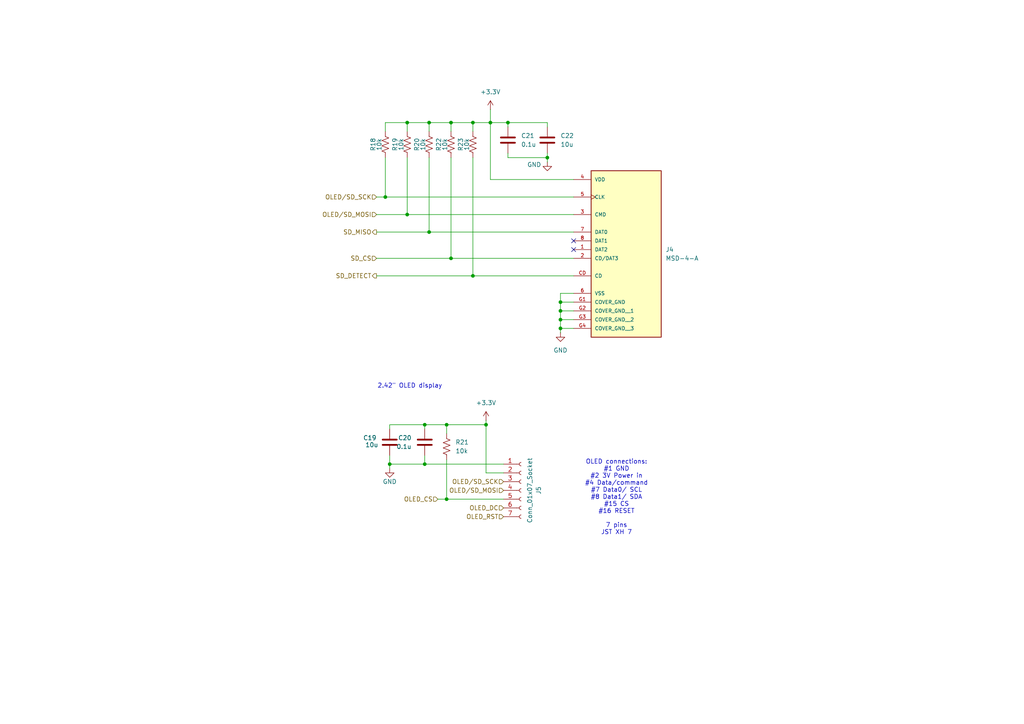
<source format=kicad_sch>
(kicad_sch (version 20250114) (generator "eeschema") (generator_version "9.0")
  (paper "A4")
  (lib_symbols
    (symbol "Connector:Conn_01x07_Socket" (pin_names (offset 1.016) (hide yes))
      (property "Reference" "J" (at 0 10.16 0))
      (property "Value" "Conn_01x07_Socket" (at 0 -10.16 0))
      (symbol "Conn_01x07_Socket_1_1"
        (polyline (pts (xy -1.27 7.62) (xy -0.508 7.62)) (stroke (width 0.1524)))
        (polyline (pts (xy -1.27 5.08) (xy -0.508 5.08)) (stroke (width 0.1524)))
        (polyline (pts (xy -1.27 2.54) (xy -0.508 2.54)) (stroke (width 0.1524)))
        (polyline (pts (xy -1.27 0) (xy -0.508 0)) (stroke (width 0.1524)))
        (polyline (pts (xy -1.27 -2.54) (xy -0.508 -2.54)) (stroke (width 0.1524)))
        (polyline (pts (xy -1.27 -5.08) (xy -0.508 -5.08)) (stroke (width 0.1524)))
        (polyline (pts (xy -1.27 -7.62) (xy -0.508 -7.62)) (stroke (width 0.1524)))
        (arc (start 0 7.112) (mid -0.5058 7.62) (end 0 8.128) (stroke (width 0.1524)))
        (arc (start 0 4.572) (mid -0.5058 5.08) (end 0 5.588) (stroke (width 0.1524)))
        (arc (start 0 2.032) (mid -0.5058 2.54) (end 0 3.048) (stroke (width 0.1524)))
        (arc (start 0 -0.508) (mid -0.5058 0) (end 0 0.508) (stroke (width 0.1524)))
        (arc (start 0 -3.048) (mid -0.5058 -2.54) (end 0 -2.032) (stroke (width 0.1524)))
        (arc (start 0 -5.588) (mid -0.5058 -5.08) (end 0 -4.572) (stroke (width 0.1524)))
        (arc (start 0 -8.128) (mid -0.5058 -7.62) (end 0 -7.112) (stroke (width 0.1524)))
        (pin passive line (at -5.08 7.62 0) (length 3.81) (name "Pin_1") (number "1"))
        (pin passive line (at -5.08 5.08 0) (length 3.81) (name "Pin_2") (number "2"))
        (pin passive line (at -5.08 2.54 0) (length 3.81) (name "Pin_3") (number "3"))
        (pin passive line (at -5.08 0 0) (length 3.81) (name "Pin_4") (number "4"))
        (pin passive line (at -5.08 -2.54 0) (length 3.81) (name "Pin_5") (number "5"))
        (pin passive line (at -5.08 -5.08 0) (length 3.81) (name "Pin_6") (number "6"))
        (pin passive line (at -5.08 -7.62 0) (length 3.81) (name "Pin_7") (number "7"))
      )
    )
    (symbol "Device:C" (pin_numbers (hide yes)) (pin_names (offset 0.254))
      (property "Reference" "C" (at 0.635 2.54 0))
      (property "Value" "C" (at 0.635 -2.54 0))
      (symbol "C_0_1"
        (polyline (pts (xy -2.032 0.762) (xy 2.032 0.762)) (stroke (width 0.508)))
        (polyline (pts (xy -2.032 -0.762) (xy 2.032 -0.762)) (stroke (width 0.508)))
      )
      (symbol "C_1_1"
        (pin passive line (at 0 3.81 270) (length 2.794) (name "~") (number "1"))
        (pin passive line (at 0 -3.81 90) (length 2.794) (name "~") (number "2"))
      )
    )
    (symbol "Device:R_US" (pin_numbers (hide yes)) (pin_names (offset 0))
      (property "Reference" "R" (at 2.54 0 90))
      (property "Value" "R_US" (at -2.54 0 90))
      (symbol "R_US_0_1"
        (polyline (pts (xy 0 2.286) (xy 0 2.54)))
        (polyline (pts (xy 0 2.286) (xy 1.016 1.905) (xy 0 1.524) (xy -1.016 1.143) (xy 0 0.762)))
        (polyline (pts (xy 0 0.762) (xy 1.016 0.381) (xy 0 0) (xy -1.016 -0.381) (xy 0 -0.762)))
        (polyline (pts (xy 0 -0.762) (xy 1.016 -1.143) (xy 0 -1.524) (xy -1.016 -1.905) (xy 0 -2.286)))
        (polyline (pts (xy 0 -2.286) (xy 0 -2.54)))
      )
      (symbol "R_US_1_1"
        (pin passive line (at 0 3.81 270) (length 1.27) (name "~") (number "1"))
        (pin passive line (at 0 -3.81 90) (length 1.27) (name "~") (number "2"))
      )
    )
    (symbol "MSD-4-A:MSD-4-A" (pin_names (offset 1.016))
      (property "Reference" "J" (at -10.16 21.082 0))
      (property "Value" "MSD-4-A" (at -10.16 -30.48 0))
      (symbol "MSD-4-A_0_0"
        (rectangle (start -10.16 -27.94) (end 10.16 20.32) (stroke (width 0.254)) (fill (type background)))
        (pin power_in line (at -15.24 17.78 0) (length 5.08) (name "VDD") (number "4"))
        (pin input clock (at -15.24 12.7 0) (length 5.08) (name "CLK") (number "5"))
        (pin bidirectional line (at -15.24 7.62 0) (length 5.08) (name "CMD") (number "3"))
        (pin bidirectional line (at -15.24 2.54 0) (length 5.08) (name "DAT0") (number "7"))
        (pin bidirectional line (at -15.24 0 0) (length 5.08) (name "DAT1") (number "8"))
        (pin bidirectional line (at -15.24 -2.54 0) (length 5.08) (name "DAT2") (number "1"))
        (pin bidirectional line (at -15.24 -5.08 0) (length 5.08) (name "CD/DAT3") (number "2"))
        (pin passive line (at -15.24 -10.16 0) (length 5.08) (name "CD") (number "CD"))
        (pin power_in line (at -15.24 -15.24 0) (length 5.08) (name "VSS") (number "6"))
        (pin power_in line (at -15.24 -17.78 0) (length 5.08) (name "COVER_GND") (number "G1"))
        (pin power_in line (at -15.24 -20.32 0) (length 5.08) (name "COVER_GND__1") (number "G2"))
        (pin power_in line (at -15.24 -22.86 0) (length 5.08) (name "COVER_GND__2") (number "G3"))
        (pin power_in line (at -15.24 -25.4 0) (length 5.08) (name "COVER_GND__3") (number "G4"))
      )
    )
    (symbol "power:+3.3V" (power) (pin_numbers (hide yes)) (pin_names (offset 0) (hide yes))
      (property "Value" "+3.3V" (at 0 3.556 0))
      (symbol "+3.3V_0_1"
        (polyline (pts (xy -0.762 1.27) (xy 0 2.54)))
        (polyline (pts (xy 0 2.54) (xy 0.762 1.27)))
        (polyline (pts (xy 0 0) (xy 0 2.54)))
      )
      (symbol "+3.3V_1_1"
        (pin power_in line (at 0 0 90) (length 0) (name "~") (number "1"))
      )
    )
    (symbol "power:GND" (power) (pin_numbers (hide yes)) (pin_names (offset 0) (hide yes))
      (property "Value" "GND" (at 0 -3.81 0))
      (symbol "GND_0_1"
        (polyline (pts (xy 0 0) (xy 0 -1.27) (xy 1.27 -1.27) (xy 0 -2.54) (xy -1.27 -1.27) (xy 0 -1.27)))
      )
      (symbol "GND_1_1"
        (pin power_in line (at 0 0 270) (length 0) (name "~") (number "1"))
      )
    )
  )
  (text "2.42\" OLED display" (at 118.872 112.014 0) (effects (font (size 1.27 1.27))))
  (text "OLED connections:\n#1 GND\n#2 3V Power in\n#4 Data/command\n#7 Data0/ SCL\n#8 Data1/ SDA\n#15 CS\n#16 RESET\n\n7 pins\nJST XH 7" (at 178.816 144.272 0) (effects (font (size 1.27 1.27))))
  (junction (at 140.97 123.19))
  (junction (at 162.56 95.25))
  (junction (at 162.56 92.71))
  (junction (at 129.54 144.78))
  (junction (at 130.81 74.93))
  (junction (at 162.56 90.17))
  (junction (at 124.46 67.31))
  (junction (at 162.56 87.63))
  (junction (at 137.16 80.01))
  (junction (at 118.11 62.23))
  (junction (at 142.24 35.56))
  (junction (at 111.76 57.15))
  (junction (at 123.19 134.62))
  (junction (at 118.11 35.56))
  (junction (at 123.19 123.19))
  (junction (at 158.75 45.72))
  (junction (at 130.81 35.56))
  (junction (at 147.32 35.56))
  (junction (at 124.46 35.56))
  (junction (at 129.54 123.19))
  (junction (at 113.03 134.62))
  (junction (at 137.16 35.56))
  (no_connect (at 166.37 69.85))
  (no_connect (at 166.37 72.39))
  (wire (pts (xy 124.46 45.72) (xy 124.46 67.31)))
  (wire (pts (xy 142.24 35.56) (xy 147.32 35.56)))
  (wire (pts (xy 118.11 35.56) (xy 124.46 35.56)))
  (wire (pts (xy 166.37 52.07) (xy 142.24 52.07)))
  (wire (pts (xy 129.54 123.19) (xy 129.54 125.73)))
  (wire (pts (xy 118.11 45.72) (xy 118.11 62.23)))
  (wire (pts (xy 113.03 134.62) (xy 113.03 135.89)))
  (wire (pts (xy 147.32 35.56) (xy 147.32 36.83)))
  (wire (pts (xy 109.22 67.31) (xy 124.46 67.31)))
  (wire (pts (xy 130.81 74.93) (xy 166.37 74.93)))
  (wire (pts (xy 162.56 90.17) (xy 162.56 92.71)))
  (wire (pts (xy 113.03 132.08) (xy 113.03 134.62)))
  (wire (pts (xy 158.75 46.99) (xy 158.75 45.72)))
  (wire (pts (xy 146.05 137.16) (xy 140.97 137.16)))
  (wire (pts (xy 137.16 45.72) (xy 137.16 80.01)))
  (wire (pts (xy 162.56 95.25) (xy 166.37 95.25)))
  (wire (pts (xy 111.76 45.72) (xy 111.76 57.15)))
  (wire (pts (xy 158.75 35.56) (xy 158.75 36.83)))
  (wire (pts (xy 118.11 38.1) (xy 118.11 35.56)))
  (wire (pts (xy 140.97 121.92) (xy 140.97 123.19)))
  (wire (pts (xy 130.81 38.1) (xy 130.81 35.56)))
  (wire (pts (xy 162.56 87.63) (xy 162.56 90.17)))
  (wire (pts (xy 129.54 133.35) (xy 129.54 144.78)))
  (wire (pts (xy 109.22 62.23) (xy 118.11 62.23)))
  (wire (pts (xy 130.81 45.72) (xy 130.81 74.93)))
  (wire (pts (xy 162.56 90.17) (xy 166.37 90.17)))
  (wire (pts (xy 113.03 134.62) (xy 123.19 134.62)))
  (wire (pts (xy 124.46 35.56) (xy 130.81 35.56)))
  (wire (pts (xy 137.16 80.01) (xy 166.37 80.01)))
  (wire (pts (xy 140.97 123.19) (xy 140.97 137.16)))
  (wire (pts (xy 158.75 45.72) (xy 147.32 45.72)))
  (wire (pts (xy 130.81 35.56) (xy 137.16 35.56)))
  (wire (pts (xy 142.24 31.75) (xy 142.24 35.56)))
  (wire (pts (xy 129.54 144.78) (xy 146.05 144.78)))
  (wire (pts (xy 123.19 132.08) (xy 123.19 134.62)))
  (wire (pts (xy 118.11 62.23) (xy 166.37 62.23)))
  (wire (pts (xy 109.22 74.93) (xy 130.81 74.93)))
  (wire (pts (xy 113.03 123.19) (xy 123.19 123.19)))
  (wire (pts (xy 123.19 134.62) (xy 146.05 134.62)))
  (wire (pts (xy 111.76 57.15) (xy 166.37 57.15)))
  (wire (pts (xy 166.37 85.09) (xy 162.56 85.09)))
  (wire (pts (xy 137.16 35.56) (xy 142.24 35.56)))
  (wire (pts (xy 162.56 85.09) (xy 162.56 87.63)))
  (wire (pts (xy 113.03 123.19) (xy 113.03 124.46)))
  (wire (pts (xy 123.19 123.19) (xy 129.54 123.19)))
  (wire (pts (xy 124.46 38.1) (xy 124.46 35.56)))
  (wire (pts (xy 127 144.78) (xy 129.54 144.78)))
  (wire (pts (xy 147.32 35.56) (xy 158.75 35.56)))
  (wire (pts (xy 123.19 123.19) (xy 123.19 124.46)))
  (wire (pts (xy 109.22 57.15) (xy 111.76 57.15)))
  (wire (pts (xy 162.56 92.71) (xy 166.37 92.71)))
  (wire (pts (xy 111.76 35.56) (xy 118.11 35.56)))
  (wire (pts (xy 109.22 80.01) (xy 137.16 80.01)))
  (wire (pts (xy 162.56 87.63) (xy 166.37 87.63)))
  (wire (pts (xy 147.32 45.72) (xy 147.32 44.45)))
  (wire (pts (xy 111.76 38.1) (xy 111.76 35.56)))
  (wire (pts (xy 124.46 67.31) (xy 166.37 67.31)))
  (wire (pts (xy 162.56 95.25) (xy 162.56 96.52)))
  (wire (pts (xy 162.56 92.71) (xy 162.56 95.25)))
  (wire (pts (xy 129.54 123.19) (xy 140.97 123.19)))
  (wire (pts (xy 142.24 52.07) (xy 142.24 35.56)))
  (wire (pts (xy 137.16 38.1) (xy 137.16 35.56)))
  (wire (pts (xy 158.75 45.72) (xy 158.75 44.45)))
  (hierarchical_label "OLED{slash}SD_MOSI" (shape input) (at 146.05 142.24 180))
  (hierarchical_label "OLED{slash}SD_SCK" (shape input) (at 146.05 139.7 180))
  (hierarchical_label "OLED{slash}SD_MOSI" (shape input) (at 109.22 62.23 180))
  (hierarchical_label "OLED_RST" (shape input) (at 146.05 149.86 180))
  (hierarchical_label "SD_MISO" (shape output) (at 109.22 67.31 180))
  (hierarchical_label "OLED{slash}SD_SCK" (shape input) (at 109.22 57.15 180))
  (hierarchical_label "OLED_CS" (shape input) (at 127 144.78 180))
  (hierarchical_label "SD_DETECT" (shape output) (at 109.22 80.01 180))
  (hierarchical_label "SD_CS" (shape input) (at 109.22 74.93 180))
  (hierarchical_label "OLED_DC" (shape input) (at 146.05 147.32 180))
  (symbol (lib_id "Device:C") (at 113.03 128.27 0) (mirror x) (unit 1)
    (property "Reference" "C19" (at 109.22 126.9999 0) (effects (justify right)))
    (property "Value" "10u" (at 109.728 129.032 0) (effects (justify right)))
    (property "Footprint" "Capacitor_SMD:C_0805_2012Metric" (effects (hide yes)))
    (property "Datasheet" "https://www.lcsc.com/datasheet/C95841.pdf" (effects (hide yes)))
    (property "Description" "Unpolarized capacitor" (effects (hide yes)))
    (property "LCSC" "C95841" (effects (hide yes)))
    (property "MPN" "CL21B106KOQNNNE" (effects (hide yes)))
    (property "Manufacturer" "Samsung Electro-Mechanics" (effects (hide yes)))
    (property "Distributor Link" "https://www.lcsc.com/product-detail/C95841.html" (effects (hide yes)))
  )
  (symbol (lib_id "Device:C") (at 147.32 40.64 0) (unit 1)
    (property "Reference" "C21" (at 151.13 39.3699 0) (effects (justify left)))
    (property "Value" "0.1u" (at 151.13 41.9099 0) (effects (justify left)))
    (property "Footprint" "Capacitor_SMD:C_0805_2012Metric" (effects (hide yes)))
    (property "Datasheet" "https://www.lcsc.com/datasheet/C519980.pdf" (effects (hide yes)))
    (property "Description" "Unpolarized capacitor" (effects (hide yes)))
    (property "LCSC" "C519980" (effects (hide yes)))
    (property "MPN" "CC0805KRX7R7BB104" (effects (hide yes)))
    (property "Manufacturer" "YAGEO" (effects (hide yes)))
    (property "Distributor Link" "https://www.lcsc.com/product-detail/C519980.html" (effects (hide yes)))
  )
  (symbol (lib_id "Device:C") (at 123.19 128.27 0) (mirror y) (unit 1)
    (property "Reference" "C20" (at 119.38 126.9999 0) (effects (justify left)))
    (property "Value" "0.1u" (at 119.38 129.5399 0) (effects (justify left)))
    (property "Footprint" "Capacitor_SMD:C_0805_2012Metric" (effects (hide yes)))
    (property "Datasheet" "https://www.lcsc.com/datasheet/C519980.pdf" (effects (hide yes)))
    (property "Description" "Unpolarized capacitor" (effects (hide yes)))
    (property "LCSC" "C519980" (effects (hide yes)))
    (property "MPN" "CC0805KRX7R7BB104" (effects (hide yes)))
    (property "Manufacturer" "YAGEO" (effects (hide yes)))
    (property "Distributor Link" "https://www.lcsc.com/product-detail/C519980.html" (effects (hide yes)))
  )
  (symbol (lib_id "power:+3.3V") (at 140.97 121.92 0) (unit 1)
    (property "Reference" "#PWR037" (effects (hide yes)))
    (property "Value" "+3.3V" (at 140.97 116.84 0))
    (property "Description" "Power symbol creates a global label with name \"+3.3V\"" (effects (hide yes)))
  )
  (symbol (lib_id "Device:R_US") (at 129.54 129.54 180) (unit 1)
    (property "Reference" "R21" (at 132.08 128.2699 0) (effects (justify right)))
    (property "Value" "10k" (at 132.08 130.8099 0) (effects (justify right)))
    (property "Footprint" "Resistor_SMD:R_0805_2012Metric" (effects (hide yes)))
    (property "Datasheet" "https://www.lcsc.com/datasheet/C17414.pdf" (effects (hide yes)))
    (property "Description" "Resistor, US symbol" (effects (hide yes)))
    (property "LCSC" "C17414" (effects (hide yes)))
    (property "MPN" "0805W8F1002T5E" (effects (hide yes)))
    (property "Manufacturer" "UNI-ROYAL" (effects (hide yes)))
    (property "Distributor Link" "https://www.lcsc.com/product-detail/C17414.html" (effects (hide yes)))
  )
  (symbol (lib_id "power:GND") (at 158.75 46.99 0) (mirror y) (unit 1)
    (property "Reference" "#PWR039" (effects (hide yes)))
    (property "Value" "GND" (at 154.94 47.752 0))
    (property "Description" "Power symbol creates a global label with name \"GND\" , ground" (effects (hide yes)))
  )
  (symbol (lib_id "power:GND") (at 162.56 96.52 0) (unit 1)
    (property "Reference" "#PWR040" (effects (hide yes)))
    (property "Value" "GND" (at 162.56 101.6 0))
    (property "Description" "Power symbol creates a global label with name \"GND\" , ground" (effects (hide yes)))
  )
  (symbol (lib_id "Device:R_US") (at 111.76 41.91 0) (unit 1)
    (property "Reference" "R18" (at 108.204 41.91 90))
    (property "Value" "10k" (at 109.982 41.91 90))
    (property "Footprint" "Resistor_SMD:R_0805_2012Metric" (effects (hide yes)))
    (property "Datasheet" "https://www.lcsc.com/datasheet/C17414.pdf" (effects (hide yes)))
    (property "Description" "Resistor, US symbol" (effects (hide yes)))
    (property "LCSC" "C17414" (effects (hide yes)))
    (property "MPN" "0805W8F1002T5E" (effects (hide yes)))
    (property "Manufacturer" "UNI-ROYAL" (effects (hide yes)))
    (property "Distributor Link" "https://www.lcsc.com/product-detail/C17414.html" (effects (hide yes)))
  )
  (symbol (lib_id "power:GND") (at 113.03 135.89 0) (unit 1)
    (property "Reference" "#PWR036" (effects (hide yes)))
    (property "Value" "GND" (at 113.03 139.7 0))
    (property "Description" "Power symbol creates a global label with name \"GND\" , ground" (effects (hide yes)))
  )
  (symbol (lib_id "Device:R_US") (at 137.16 41.91 0) (unit 1)
    (property "Reference" "R23" (at 133.604 41.91 90))
    (property "Value" "10k" (at 135.382 41.91 90))
    (property "Footprint" "Resistor_SMD:R_0805_2012Metric" (effects (hide yes)))
    (property "Datasheet" "https://www.lcsc.com/datasheet/C17414.pdf" (effects (hide yes)))
    (property "Description" "Resistor, US symbol" (effects (hide yes)))
    (property "LCSC" "C17414" (effects (hide yes)))
    (property "MPN" "0805W8F1002T5E" (effects (hide yes)))
    (property "Manufacturer" "UNI-ROYAL" (effects (hide yes)))
    (property "Distributor Link" "https://www.lcsc.com/product-detail/C17414.html" (effects (hide yes)))
  )
  (symbol (lib_id "Device:R_US") (at 118.11 41.91 0) (unit 1)
    (property "Reference" "R19" (at 114.554 41.91 90))
    (property "Value" "10k" (at 116.332 41.91 90))
    (property "Footprint" "Resistor_SMD:R_0805_2012Metric" (effects (hide yes)))
    (property "Datasheet" "https://www.lcsc.com/datasheet/C17414.pdf" (effects (hide yes)))
    (property "Description" "Resistor, US symbol" (effects (hide yes)))
    (property "LCSC" "C17414" (effects (hide yes)))
    (property "MPN" "0805W8F1002T5E" (effects (hide yes)))
    (property "Manufacturer" "UNI-ROYAL" (effects (hide yes)))
    (property "Distributor Link" "https://www.lcsc.com/product-detail/C17414.html" (effects (hide yes)))
  )
  (symbol (lib_id "MSD-4-A:MSD-4-A") (at 181.61 69.85 0) (unit 1)
    (property "Reference" "J4" (at 193.04 72.3899 0) (effects (justify left)))
    (property "Value" "MSD-4-A" (at 193.04 74.9299 0) (effects (justify left)))
    (property "Footprint" "MSD-4-A_DL:CUI_MSD-4-A" (effects (hide yes)))
    (property "PARTREV" "1.0" (effects (hide yes)))
    (property "STANDARD" "Manufacturer Recommendations" (effects (hide yes)))
    (property "MAXIMUM_PACKAGE_HEIGHT" "2.00mm" (effects (hide yes)))
    (property "MANUFACTURER" "CUI Devices" (effects (hide yes)))
    (property "Distributor Link" "https://www.digikey.com/en/products/detail/same-sky-formerly-cui-devices/MSD-4-A/21796808" (effects (hide yes)))
    (property "MPN" "MSD-4-A" (effects (hide yes)))
    (property "Manufacturer" "Same Sky (Formerly CUI Devices)" (effects (hide yes)))
  )
  (symbol (lib_id "Device:R_US") (at 130.81 41.91 0) (unit 1)
    (property "Reference" "R22" (at 127.254 41.91 90))
    (property "Value" "10k" (at 129.032 41.91 90))
    (property "Footprint" "Resistor_SMD:R_0805_2012Metric" (effects (hide yes)))
    (property "Datasheet" "https://www.lcsc.com/datasheet/C17414.pdf" (effects (hide yes)))
    (property "Description" "Resistor, US symbol" (effects (hide yes)))
    (property "LCSC" "C17414" (effects (hide yes)))
    (property "MPN" "0805W8F1002T5E" (effects (hide yes)))
    (property "Manufacturer" "UNI-ROYAL" (effects (hide yes)))
    (property "Distributor Link" "https://www.lcsc.com/product-detail/C17414.html" (effects (hide yes)))
  )
  (symbol (lib_id "power:+3.3V") (at 142.24 31.75 0) (unit 1)
    (property "Reference" "#PWR038" (effects (hide yes)))
    (property "Value" "+3.3V" (at 142.24 26.67 0))
    (property "Description" "Power symbol creates a global label with name \"+3.3V\"" (effects (hide yes)))
  )
  (symbol (lib_id "Device:C") (at 158.75 40.64 0) (unit 1)
    (property "Reference" "C22" (at 162.56 39.3699 0) (effects (justify left)))
    (property "Value" "10u" (at 162.56 41.9099 0) (effects (justify left)))
    (property "Footprint" "Capacitor_SMD:C_0805_2012Metric" (effects (hide yes)))
    (property "Datasheet" "https://www.lcsc.com/datasheet/C95841.pdf" (effects (hide yes)))
    (property "Description" "Unpolarized capacitor" (effects (hide yes)))
    (property "LCSC" "C95841" (effects (hide yes)))
    (property "MPN" "CL21B106KOQNNNE" (effects (hide yes)))
    (property "Manufacturer" "Samsung Electro-Mechanics" (effects (hide yes)))
    (property "Distributor Link" "https://www.lcsc.com/product-detail/C95841.html" (effects (hide yes)))
  )
  (symbol (lib_id "Device:R_US") (at 124.46 41.91 0) (unit 1)
    (property "Reference" "R20" (at 120.904 41.91 90))
    (property "Value" "10k" (at 122.682 41.91 90))
    (property "Footprint" "Resistor_SMD:R_0805_2012Metric" (effects (hide yes)))
    (property "Datasheet" "https://www.lcsc.com/datasheet/C17414.pdf" (effects (hide yes)))
    (property "Description" "Resistor, US symbol" (effects (hide yes)))
    (property "LCSC" "C17414" (effects (hide yes)))
    (property "MPN" "0805W8F1002T5E" (effects (hide yes)))
    (property "Manufacturer" "UNI-ROYAL" (effects (hide yes)))
    (property "Distributor Link" "https://www.lcsc.com/product-detail/C17414.html" (effects (hide yes)))
  )
  (symbol (lib_id "Connector:Conn_01x07_Socket") (at 151.13 142.24 0) (unit 1)
    (property "Reference" "J5" (at 156.21 142.24 90))
    (property "Value" "Conn_01x07_Socket" (at 153.67 142.24 90))
    (property "Footprint" "Connector_JST:JST_PH_S7B-PH-K_1x07_P2.00mm_Horizontal" (effects (hide yes)))
    (property "Description" "Generic connector, single row, 01x07, script generated" (effects (hide yes)))
    (property "Distributor Link" "https://www.digikey.com/en/products/detail/jst-sales-america-inc/S7B-PH-K-S/926631" (effects (hide yes)))
    (property "MPN" "S7B-PH-K-S" (effects (hide yes)))
    (property "Manufacturer" "JST Sales America Inc." (effects (hide yes)))
  )
)
</source>
